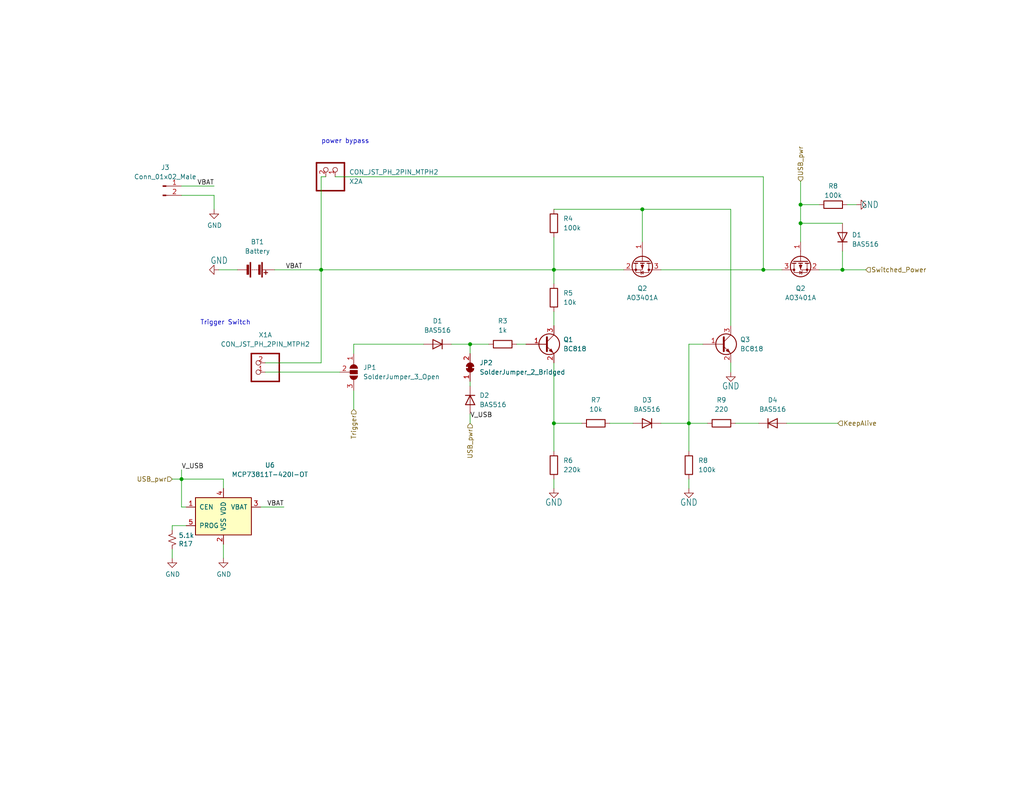
<source format=kicad_sch>
(kicad_sch (version 20230121) (generator eeschema)
  (paper "USLetter")
  (lib_symbols
    (symbol "Battery_Management:MCP73811T-420I-OT" (pin_names (offset 1.016))
      (property "Reference" "U" (at -6.35 6.35 0))
      (property "Value" "MCP73811T-420I-OT" (at 1.27 6.35 0))
      (symbol "MCP73811T-420I-OT_0_1"
        (rectangle (start -7.62 5.08) (end 7.62 -5.08) (stroke (width 0.254)) (fill (type background)))
      )
      (symbol "MCP73811T-420I-OT_1_1"
        (pin input line (at -10.16 2.54 0) (length 2.54) (name "CEN") (number "1"))
        (pin power_in line (at 0 -7.62 90) (length 2.54) (name "VSS") (number "2"))
        (pin power_out line (at 10.16 2.54 180) (length 2.54) (name "VBAT") (number "3"))
        (pin power_in line (at 0 7.62 270) (length 2.54) (name "VDD") (number "4"))
        (pin input line (at -10.16 -2.54 0) (length 2.54) (name "PROG") (number "5"))
      )
    )
    (symbol "Connector:Conn_01x02_Male" (pin_names (offset 1.016) hide)
      (property "Reference" "J" (at 0 2.54 0))
      (property "Value" "Conn_01x02_Male" (at 0 -5.08 0))
      (symbol "Conn_01x02_Male_1_1"
        (polyline (pts (xy 1.27 -2.54) (xy 0.8636 -2.54)) (stroke (width 0.1524)))
        (polyline (pts (xy 1.27 0) (xy 0.8636 0)) (stroke (width 0.1524)))
        (rectangle (start 0.8636 -2.413) (end 0 -2.667) (stroke (width 0.1524)) (fill (type outline)))
        (rectangle (start 0.8636 0.127) (end 0 -0.127) (stroke (width 0.1524)) (fill (type outline)))
        (pin passive line (at 5.08 0 180) (length 3.81) (name "Pin_1") (number "1"))
        (pin passive line (at 5.08 -2.54 180) (length 3.81) (name "Pin_2") (number "2"))
      )
    )
    (symbol "ControllerBoard-eagle-import:CON_JST_PH_2PIN_MTPH2"
      (property "Reference" "X" (at 0 5.588 90))
      (property "Value" "CON_JST_PH_2PIN_MTPH2" (at 1.651 5.588 90))
      (symbol "CON_JST_PH_2PIN_MTPH2_1_0"
        (polyline (pts (xy -6.35 -2.54) (xy 1.27 -2.54)) (stroke (width 0.4064)))
        (polyline (pts (xy -6.35 5.08) (xy -6.35 -2.54)) (stroke (width 0.4064)))
        (polyline (pts (xy 1.27 -2.54) (xy 1.27 5.08)) (stroke (width 0.4064)))
        (polyline (pts (xy 1.27 5.08) (xy -6.35 5.08)) (stroke (width 0.4064)))
        (pin passive inverted (at -2.54 2.54 0) (length 2.54) (name "1") (number "1"))
        (pin passive inverted (at -2.54 0 0) (length 2.54) (name "2") (number "2"))
      )
      (symbol "CON_JST_PH_2PIN_MTPH2_2_0"
        (circle (center 0 3.81) (radius 1.27) (stroke (width 0.254)))
        (pin bidirectional line (at 0 0 90) (length 2.54) (name "P$1") (number "NC2"))
      )
      (symbol "CON_JST_PH_2PIN_MTPH2_3_0"
        (circle (center 0 3.81) (radius 1.27) (stroke (width 0.254)))
        (pin bidirectional line (at 0 0 90) (length 2.54) (name "P$1") (number "NC1"))
      )
    )
    (symbol "Device:Battery" (pin_numbers hide) (pin_names (offset 0) hide)
      (property "Reference" "BT" (at 2.54 2.54 0))
      (property "Value" "Battery" (at 2.54 0 0))
      (symbol "Battery_0_1"
        (rectangle (start -2.032 -1.397) (end 2.032 -1.651) (fill (type outline)))
        (rectangle (start -2.032 1.778) (end 2.032 1.524) (fill (type outline)))
        (rectangle (start -1.3208 -1.9812) (end 1.27 -2.4892) (fill (type outline)))
        (rectangle (start -1.3208 1.1938) (end 1.27 0.6858) (fill (type outline)))
        (polyline (pts (xy 0 -1.524) (xy 0 -1.27)))
        (polyline (pts (xy 0 -1.016) (xy 0 -0.762)))
        (polyline (pts (xy 0 -0.508) (xy 0 -0.254)))
        (polyline (pts (xy 0 0) (xy 0 0.254)))
        (polyline (pts (xy 0 0.508) (xy 0 0.762)))
        (polyline (pts (xy 0 1.778) (xy 0 2.54)))
        (polyline (pts (xy 0.254 2.667) (xy 1.27 2.667)) (stroke (width 0.254)))
        (polyline (pts (xy 0.762 3.175) (xy 0.762 2.159)) (stroke (width 0.254)))
      )
      (symbol "Battery_1_1"
        (pin passive line (at 0 5.08 270) (length 2.54) (name "+") (number "1"))
        (pin passive line (at 0 -5.08 90) (length 2.54) (name "-") (number "2"))
      )
    )
    (symbol "Device:R" (pin_numbers hide) (pin_names (offset 0))
      (property "Reference" "R" (at 2.032 0 90))
      (property "Value" "R" (at 0 0 90))
      (symbol "R_0_1"
        (rectangle (start -1.016 -2.54) (end 1.016 2.54) (stroke (width 0.254)))
      )
      (symbol "R_1_1"
        (pin passive line (at 0 3.81 270) (length 1.27) (name "~") (number "1"))
        (pin passive line (at 0 -3.81 90) (length 1.27) (name "~") (number "2"))
      )
    )
    (symbol "Diode:BAS516" (pin_numbers hide) (pin_names (offset 1.016) hide)
      (property "Reference" "D" (at 0 2.54 0))
      (property "Value" "BAS516" (at 0 -2.54 0))
      (symbol "BAS516_0_1"
        (polyline (pts (xy -1.27 1.27) (xy -1.27 -1.27)) (stroke (width 0.254)))
        (polyline (pts (xy 1.27 0) (xy -1.27 0)))
        (polyline (pts (xy 1.27 1.27) (xy 1.27 -1.27) (xy -1.27 0) (xy 1.27 1.27)) (stroke (width 0.254)))
      )
      (symbol "BAS516_1_1"
        (pin passive line (at -3.81 0 0) (length 2.54) (name "K") (number "1"))
        (pin passive line (at 3.81 0 180) (length 2.54) (name "A") (number "2"))
      )
    )
    (symbol "Jumper:SolderJumper_2_Bridged" (pin_names (offset 0) hide)
      (property "Reference" "JP" (at 0 2.032 0))
      (property "Value" "SolderJumper_2_Bridged" (at 0 -2.54 0))
      (symbol "SolderJumper_2_Bridged_0_1"
        (rectangle (start -0.508 0.508) (end 0.508 -0.508) (fill (type outline)))
        (arc (start -0.254 1.016) (mid -1.2656 0) (end -0.254 -1.016))
        (arc (start -0.254 1.016) (mid -1.2656 0) (end -0.254 -1.016) (fill (type outline)))
        (polyline (pts (xy -0.254 1.016) (xy -0.254 -1.016)))
        (polyline (pts (xy 0.254 1.016) (xy 0.254 -1.016)))
        (arc (start 0.254 -1.016) (mid 1.2656 0) (end 0.254 1.016))
        (arc (start 0.254 -1.016) (mid 1.2656 0) (end 0.254 1.016) (fill (type outline)))
      )
      (symbol "SolderJumper_2_Bridged_1_1"
        (pin passive line (at -3.81 0 0) (length 2.54) (name "A") (number "1"))
        (pin passive line (at 3.81 0 180) (length 2.54) (name "B") (number "2"))
      )
    )
    (symbol "Jumper:SolderJumper_3_Open" (pin_names (offset 0) hide)
      (property "Reference" "JP" (at -2.54 -2.54 0))
      (property "Value" "SolderJumper_3_Open" (at 0 2.794 0))
      (symbol "SolderJumper_3_Open_0_1"
        (arc (start -1.016 1.016) (mid -2.0276 0) (end -1.016 -1.016))
        (arc (start -1.016 1.016) (mid -2.0276 0) (end -1.016 -1.016) (fill (type outline)))
        (rectangle (start -0.508 1.016) (end 0.508 -1.016) (fill (type outline)))
        (polyline (pts (xy -2.54 0) (xy -2.032 0)))
        (polyline (pts (xy -1.016 1.016) (xy -1.016 -1.016)))
        (polyline (pts (xy 0 -1.27) (xy 0 -1.016)))
        (polyline (pts (xy 1.016 1.016) (xy 1.016 -1.016)))
        (polyline (pts (xy 2.54 0) (xy 2.032 0)))
        (arc (start 1.016 -1.016) (mid 2.0276 0) (end 1.016 1.016))
        (arc (start 1.016 -1.016) (mid 2.0276 0) (end 1.016 1.016) (fill (type outline)))
      )
      (symbol "SolderJumper_3_Open_1_1"
        (pin passive line (at -5.08 0 0) (length 2.54) (name "A") (number "1"))
        (pin passive line (at 0 -3.81 90) (length 2.54) (name "C") (number "2"))
        (pin passive line (at 5.08 0 180) (length 2.54) (name "B") (number "3"))
      )
    )
    (symbol "Transistor_BJT:BC818" (pin_names (offset 0) hide)
      (property "Reference" "Q" (at 5.08 1.905 0))
      (property "Value" "BC818" (at 5.08 0 0))
      (symbol "BC818_0_1"
        (polyline (pts (xy 0.635 0.635) (xy 2.54 2.54)))
        (polyline (pts (xy 0.635 -0.635) (xy 2.54 -2.54) (xy 2.54 -2.54)))
        (polyline (pts (xy 0.635 1.905) (xy 0.635 -1.905) (xy 0.635 -1.905)) (stroke (width 0.508)))
        (polyline (pts (xy 1.27 -1.778) (xy 1.778 -1.27) (xy 2.286 -2.286) (xy 1.27 -1.778) (xy 1.27 -1.778)) (fill (type outline)))
        (circle (center 1.27 0) (radius 2.8194) (stroke (width 0.254)))
      )
      (symbol "BC818_1_1"
        (pin input line (at -5.08 0 0) (length 5.715) (name "B") (number "1"))
        (pin passive line (at 2.54 -5.08 90) (length 2.54) (name "E") (number "2"))
        (pin passive line (at 2.54 5.08 270) (length 2.54) (name "C") (number "3"))
      )
    )
    (symbol "Transistor_FET:AO3401A" (pin_names hide)
      (property "Reference" "Q" (at 5.08 1.905 0))
      (property "Value" "AO3401A" (at 5.08 0 0))
      (symbol "AO3401A_0_1"
        (polyline (pts (xy 0.254 0) (xy -2.54 0)))
        (polyline (pts (xy 0.254 1.905) (xy 0.254 -1.905)) (stroke (width 0.254)))
        (polyline (pts (xy 0.762 -1.27) (xy 0.762 -2.286)) (stroke (width 0.254)))
        (polyline (pts (xy 0.762 0.508) (xy 0.762 -0.508)) (stroke (width 0.254)))
        (polyline (pts (xy 0.762 2.286) (xy 0.762 1.27)) (stroke (width 0.254)))
        (polyline (pts (xy 2.54 2.54) (xy 2.54 1.778)))
        (polyline (pts (xy 2.54 -2.54) (xy 2.54 0) (xy 0.762 0)))
        (polyline (pts (xy 0.762 1.778) (xy 3.302 1.778) (xy 3.302 -1.778) (xy 0.762 -1.778)))
        (polyline (pts (xy 2.286 0) (xy 1.27 0.381) (xy 1.27 -0.381) (xy 2.286 0)) (fill (type outline)))
        (polyline (pts (xy 2.794 -0.508) (xy 2.921 -0.381) (xy 3.683 -0.381) (xy 3.81 -0.254)))
        (polyline (pts (xy 3.302 -0.381) (xy 2.921 0.254) (xy 3.683 0.254) (xy 3.302 -0.381)))
        (circle (center 1.651 0) (radius 2.794) (stroke (width 0.254)))
        (circle (center 2.54 -1.778) (radius 0.254) (fill (type outline)))
        (circle (center 2.54 1.778) (radius 0.254) (fill (type outline)))
      )
      (symbol "AO3401A_1_1"
        (pin input line (at -5.08 0 0) (length 2.54) (name "G") (number "1"))
        (pin passive line (at 2.54 -5.08 90) (length 2.54) (name "S") (number "2"))
        (pin passive line (at 2.54 5.08 270) (length 2.54) (name "D") (number "3"))
      )
    )
    (symbol "power:GND" (power) (pin_names (offset 0))
      (property "Value" "GND" (at 0 -3.81 0))
      (symbol "GND_0_1"
        (polyline (pts (xy 0 0) (xy 0 -1.27) (xy 1.27 -1.27) (xy 0 -2.54) (xy -1.27 -1.27) (xy 0 -1.27)))
      )
      (symbol "GND_1_1"
        (pin power_in line (at 0 0 270) (length 0) hide (name "GND") (number "1"))
      )
    )
    (symbol "temp-sensor-rescue:GND-power-temp-sensor-rescue" (power) (pin_names (offset 0))
      (property "Value" "GND-power-temp-sensor-rescue" (at 0 -3.81 0))
      (symbol "GND-power-temp-sensor-rescue_0_1"
        (polyline (pts (xy 0 0) (xy 0 -1.27) (xy 1.27 -1.27) (xy 0 -2.54) (xy -1.27 -1.27) (xy 0 -1.27)))
      )
      (symbol "GND-power-temp-sensor-rescue_1_1"
        (pin power_in line (at 0 0 270) (length 0) hide (name "GND") (number "1"))
      )
    )
    (symbol "temp-sensor-rescue:R_Small_US-Device-temp-sensor-rescue" (pin_numbers hide) (pin_names (offset 0.254) hide)
      (property "Reference" "R" (at 0.762 0.508 0))
      (property "Value" "R_Small_US-Device-temp-sensor-rescue" (at 0.762 -1.016 0))
      (symbol "R_Small_US-Device-temp-sensor-rescue_1_1"
        (polyline (pts (xy 0 0) (xy 1.016 -0.381) (xy 0 -0.762) (xy -1.016 -1.143) (xy 0 -1.524)))
        (polyline (pts (xy 0 1.524) (xy 1.016 1.143) (xy 0 0.762) (xy -1.016 0.381) (xy 0 0)))
        (pin passive line (at 0 2.54 270) (length 1.016) (name "~") (number "1"))
        (pin passive line (at 0 -2.54 90) (length 1.016) (name "~") (number "2"))
      )
    )
  )
  (junction (at 187.96 115.57))
  (junction (at 151.13 115.57))
  (junction (at 151.13 73.66))
  (junction (at 218.44 60.96))
  (junction (at 218.44 55.88))
  (junction (at 128.27 93.98))
  (junction (at 87.63 73.66))
  (junction (at 229.87 73.66))
  (junction (at 49.53 130.81))
  (junction (at 208.28 73.66))
  (junction (at 175.26 57.15))
  (wire (pts (xy 87.63 73.66) (xy 87.63 99.06)))
  (wire (pts (xy 128.27 96.52) (xy 128.27 93.98)))
  (wire (pts (xy 96.52 93.98) (xy 115.57 93.98)))
  (wire (pts (xy 166.37 115.57) (xy 172.72 115.57)))
  (wire (pts (xy 180.34 73.66) (xy 208.28 73.66)))
  (wire (pts (xy 46.99 144.78) (xy 46.99 143.51)))
  (wire (pts (xy 151.13 130.81) (xy 151.13 133.35)))
  (wire (pts (xy 187.96 130.81) (xy 187.96 133.35)))
  (wire (pts (xy 58.42 53.34) (xy 49.53 53.34)))
  (wire (pts (xy 151.13 64.77) (xy 151.13 73.66)))
  (wire (pts (xy 187.96 123.19) (xy 187.96 115.57)))
  (wire (pts (xy 58.42 57.15) (xy 58.42 53.34)))
  (wire (pts (xy 96.52 93.98) (xy 96.52 96.52)))
  (wire (pts (xy 199.39 99.06) (xy 199.39 101.6)))
  (wire (pts (xy 87.63 73.66) (xy 151.13 73.66)))
  (wire (pts (xy 49.53 130.81) (xy 49.53 128.27)))
  (wire (pts (xy 49.53 138.43) (xy 50.8 138.43)))
  (wire (pts (xy 218.44 55.88) (xy 218.44 60.96)))
  (wire (pts (xy 87.63 48.26) (xy 87.63 73.66)))
  (wire (pts (xy 218.44 55.88) (xy 223.52 55.88)))
  (wire (pts (xy 151.13 115.57) (xy 151.13 123.19)))
  (wire (pts (xy 187.96 93.98) (xy 191.77 93.98)))
  (wire (pts (xy 228.6 115.57) (xy 214.63 115.57)))
  (wire (pts (xy 96.52 111.76) (xy 96.52 106.68)))
  (wire (pts (xy 151.13 85.09) (xy 151.13 88.9)))
  (wire (pts (xy 151.13 57.15) (xy 175.26 57.15)))
  (wire (pts (xy 128.27 93.98) (xy 133.35 93.98)))
  (wire (pts (xy 59.69 73.66) (xy 64.77 73.66)))
  (wire (pts (xy 151.13 73.66) (xy 170.18 73.66)))
  (wire (pts (xy 128.27 113.03) (xy 128.27 115.57)))
  (wire (pts (xy 151.13 99.06) (xy 151.13 115.57)))
  (wire (pts (xy 60.96 130.81) (xy 60.96 133.35)))
  (wire (pts (xy 208.28 48.26) (xy 208.28 73.66)))
  (wire (pts (xy 72.39 101.6) (xy 92.71 101.6)))
  (wire (pts (xy 60.96 152.4) (xy 60.96 148.59)))
  (wire (pts (xy 199.39 57.15) (xy 199.39 88.9)))
  (wire (pts (xy 151.13 77.47) (xy 151.13 73.66)))
  (wire (pts (xy 46.99 143.51) (xy 50.8 143.51)))
  (wire (pts (xy 231.14 55.88) (xy 233.68 55.88)))
  (wire (pts (xy 71.12 138.43) (xy 77.47 138.43)))
  (wire (pts (xy 123.19 93.98) (xy 128.27 93.98)))
  (wire (pts (xy 91.44 48.26) (xy 208.28 48.26)))
  (wire (pts (xy 72.39 99.06) (xy 87.63 99.06)))
  (wire (pts (xy 229.87 73.66) (xy 223.52 73.66)))
  (wire (pts (xy 46.99 149.86) (xy 46.99 152.4)))
  (wire (pts (xy 87.63 48.26) (xy 88.9 48.26)))
  (wire (pts (xy 180.34 115.57) (xy 187.96 115.57)))
  (wire (pts (xy 175.26 57.15) (xy 199.39 57.15)))
  (wire (pts (xy 46.99 130.81) (xy 49.53 130.81)))
  (wire (pts (xy 218.44 60.96) (xy 218.44 66.04)))
  (wire (pts (xy 140.97 93.98) (xy 143.51 93.98)))
  (wire (pts (xy 200.66 115.57) (xy 207.01 115.57)))
  (wire (pts (xy 229.87 73.66) (xy 236.22 73.66)))
  (wire (pts (xy 208.28 73.66) (xy 213.36 73.66)))
  (wire (pts (xy 175.26 57.15) (xy 175.26 66.04)))
  (wire (pts (xy 229.87 68.58) (xy 229.87 73.66)))
  (wire (pts (xy 218.44 60.96) (xy 229.87 60.96)))
  (wire (pts (xy 187.96 115.57) (xy 193.04 115.57)))
  (wire (pts (xy 218.44 49.53) (xy 218.44 55.88)))
  (wire (pts (xy 60.96 130.81) (xy 49.53 130.81)))
  (wire (pts (xy 49.53 50.8) (xy 58.42 50.8)))
  (wire (pts (xy 151.13 115.57) (xy 158.75 115.57)))
  (wire (pts (xy 49.53 130.81) (xy 49.53 138.43)))
  (wire (pts (xy 74.93 73.66) (xy 87.63 73.66)))
  (wire (pts (xy 187.96 93.98) (xy 187.96 115.57)))
  (wire (pts (xy 128.27 105.41) (xy 128.27 104.14)))
  (text "Trigger Switch" (at 54.61 88.9 0) (effects (font (size 1.27 1.27)) (justify left bottom)))
  (text "power bypass\n" (at 87.63 39.37 0) (effects (font (size 1.27 1.27)) (justify left bottom)))
  (label "V_USB" (at 128.27 114.3 0))
  (label "VBAT" (at 82.55 73.66 180))
  (label "VBAT" (at 58.42 50.8 180))
  (label "VBAT" (at 77.47 138.43 180))
  (label "V_USB" (at 49.53 128.27 0))
  (hierarchical_label "USB_pwr" (shape input) (at 128.27 115.57 270) (property "Intersheetrefs" "${INTERSHEET_REFS}" (effects hide)))
  (hierarchical_label "USB_pwr" (shape input) (at 218.44 49.53 90) (property "Intersheetrefs" "${INTERSHEET_REFS}" (effects hide)))
  (hierarchical_label "USB_pwr" (shape input) (at 46.99 130.81 180) (property "Intersheetrefs" "${INTERSHEET_REFS}" (effects hide)))
  (hierarchical_label "KeepAlive" (shape input) (at 228.6 115.57 0) (property "Intersheetrefs" "${INTERSHEET_REFS}" (effects hide)))
  (hierarchical_label "Switched_Power" (shape input) (at 236.22 73.66 0))
  (hierarchical_label "Trigger" (shape input) (at 96.52 111.76 270) (property "Intersheetrefs" "${INTERSHEET_REFS}" (effects hide)))
  (symbol (lib_id "Battery_Management:MCP73811T-420I-OT") (at 60.96 140.97 0) (unit 1)
    (property "Reference" "U6" (at 73.66 127 0))
    (property "Value" "MCP73811T-420I-OT" (at 73.66 129.54 0))
    (property "Footprint" "Package_TO_SOT_SMD:SOT-23-5" (effects hide))
    (property "Datasheet" "http://ww1.microchip.com/downloads/en/DeviceDoc/22036b.pdf" (effects hide))
    (instances (project "Power" (path "" (reference "U6") (unit 1)) (path "" (reference "U5") (unit 1))) (project "temp sensor" (path "" (reference "U8") (unit 1))))
  )
  (symbol (lib_id "power:GND") (at 187.96 133.35 0) (unit 1)
    (property "Reference" "#GND02" (effects hide))
    (property "Value" "GND" (at 187.96 137.16 0) (effects (font (size 1.778 1.5113))))
    (property "Footprint" "ControllerBoard:" (effects hide))
    (instances (project "Power" (path "" (reference "#GND02") (unit 1)) (path "" (reference "#GND03") (unit 1))))
  )
  (symbol (lib_id "temp-sensor-rescue:R_Small_US-Device-temp-sensor-rescue") (at 46.99 147.32 0) (mirror x) (unit 1)
    (property "Reference" "R17" (at 48.7172 148.4884 0) (effects (justify left)))
    (property "Value" "5.1k" (at 48.7172 146.177 0) (effects (justify left)))
    (property "Footprint" "Resistor_SMD:R_0402_1005Metric" (effects hide))
    (property "Datasheet" "https://www.mouser.com/datasheet/2/447/Yageo_03_18_2021_PYu_RC_Group_51_RoHS_L_11-2199992.pdf" (effects hide))
    (property "Description" "Thick Film Resistors - SMD 5.1K ohm 1%" (effects hide))
    (property "Manufacturer_Name" "Bourns" (effects hide))
    (property "Manufacturer_Part_Number" "CR0603-FX-5101ELF" (effects hide))
    (property "Mouser Part Number" "652-CR0603FX-5101ELF" (effects hide))
    (property "Mouser Price/Stock" "$0.10/78000" (effects hide))
    (property "PARTREV" "V3" (effects hide))
    (property "Configuration" "all" (effects hide))
    (instances (project "Power" (path "" (reference "R17") (unit 1)) (path "" (reference "R17") (unit 1))) (project "temp sensor" (path "" (reference "R18") (unit 1))))
  )
  (symbol (lib_id "Device:R") (at 151.13 127 180) (unit 1)
    (property "Reference" "R6" (at 153.67 125.7299 0) (effects (justify right)))
    (property "Value" "220k" (at 153.67 128.2699 0) (effects (justify right)))
    (property "Footprint" "Resistor_SMD:R_0603_1608Metric_Pad0.98x0.95mm_HandSolder" (effects hide))
  )
  (symbol (lib_id "Diode:BAS516") (at 119.38 93.98 180) (unit 1)
    (property "Reference" "D1" (at 119.38 87.63 0))
    (property "Value" "BAS516" (at 119.38 90.17 0))
    (property "Footprint" "Diode_SMD:D_SOD-523" (effects hide))
    (property "Datasheet" "https://assets.nexperia.com/documents/data-sheet/BAS16_SER.pdf" (effects hide))
  )
  (symbol (lib_id "Transistor_FET:AO3401A") (at 218.44 71.12 90) (mirror x) (unit 1)
    (property "Reference" "Q2" (at 218.44 78.74 90))
    (property "Value" "AO3401A" (at 218.44 81.28 90))
    (property "Footprint" "Package_TO_SOT_SMD:SOT-23" (effects hide))
    (property "Datasheet" "http://www.aosmd.com/pdfs/datasheet/AO3401A.pdf" (effects hide))
    (instances (project "Power" (path "" (reference "Q2") (unit 1)) (path "" (reference "Q4") (unit 1))))
  )
  (symbol (lib_id "Device:R") (at 196.85 115.57 270) (unit 1)
    (property "Reference" "R9" (at 196.85 109.22 90))
    (property "Value" "220" (at 196.85 111.76 90))
    (property "Footprint" "Resistor_SMD:R_0603_1608Metric_Pad0.98x0.95mm_HandSolder" (effects hide))
  )
  (symbol (lib_id "temp-sensor-rescue:GND-power-temp-sensor-rescue") (at 60.96 152.4 0) (unit 1)
    (property "Reference" "#PWR022" (effects hide))
    (property "Value" "GND" (at 61.087 156.7942 0))
    (instances (project "Power" (path "" (reference "#PWR022") (unit 1)) (path "" (reference "#PWR09") (unit 1))) (project "temp sensor" (path "" (reference "#PWR030") (unit 1))))
  )
  (symbol (lib_id "Transistor_FET:AO3401A") (at 175.26 71.12 270) (unit 1)
    (property "Reference" "Q2" (at 175.26 78.74 90))
    (property "Value" "AO3401A" (at 175.26 81.28 90))
    (property "Footprint" "Package_TO_SOT_SMD:SOT-23" (effects hide))
    (property "Datasheet" "http://www.aosmd.com/pdfs/datasheet/AO3401A.pdf" (effects hide))
  )
  (symbol (lib_id "Diode:BAS516") (at 229.87 64.77 90) (unit 1)
    (property "Reference" "D1" (at 232.41 64.135 90) (effects (justify right)))
    (property "Value" "BAS516" (at 232.41 66.675 90) (effects (justify right)))
    (property "Footprint" "Diode_SMD:D_SOD-523" (effects hide))
    (property "Datasheet" "https://assets.nexperia.com/documents/data-sheet/BAS16_SER.pdf" (effects hide))
    (instances (project "Power" (path "" (reference "D1") (unit 1)) (path "" (reference "D6") (unit 1))))
  )
  (symbol (lib_id "Device:R") (at 151.13 81.28 180) (unit 1)
    (property "Reference" "R5" (at 153.67 80.0099 0) (effects (justify right)))
    (property "Value" "10k" (at 153.67 82.5499 0) (effects (justify right)))
    (property "Footprint" "Resistor_SMD:R_0603_1608Metric_Pad0.98x0.95mm_HandSolder" (effects hide))
  )
  (symbol (lib_id "Device:R") (at 162.56 115.57 270) (unit 1)
    (property "Reference" "R7" (at 162.56 109.22 90))
    (property "Value" "10k" (at 162.56 111.76 90))
    (property "Footprint" "Resistor_SMD:R_0603_1608Metric_Pad0.98x0.95mm_HandSolder" (effects hide))
  )
  (symbol (lib_id "Connector:Conn_01x02_Male") (at 44.45 50.8 0) (unit 1)
    (property "Reference" "J3" (at 45.085 45.72 0))
    (property "Value" "Conn_01x02_Male" (at 45.085 48.26 0))
    (property "Footprint" "Connector_JST:JST_PH_S2B-PH-K_1x02_P2.00mm_Horizontal" (effects hide))
    (instances (project "Power" (path "" (reference "J3") (unit 1)) (path "" (reference "J3") (unit 1))) (project "temp sensor" (path "" (reference "J4") (unit 1))))
  )
  (symbol (lib_id "temp-sensor-rescue:GND-power-temp-sensor-rescue") (at 46.99 152.4 0) (unit 1)
    (property "Reference" "#PWR021" (effects hide))
    (property "Value" "GND" (at 47.117 156.7942 0))
    (instances (project "Power" (path "" (reference "#PWR021") (unit 1)) (path "" (reference "#PWR08") (unit 1))) (project "temp sensor" (path "" (reference "#PWR025") (unit 1))))
  )
  (symbol (lib_id "Device:R") (at 137.16 93.98 90) (unit 1)
    (property "Reference" "R3" (at 137.16 87.63 90))
    (property "Value" "1k" (at 137.16 90.17 90))
    (property "Footprint" "Resistor_SMD:R_0603_1608Metric_Pad0.98x0.95mm_HandSolder" (effects hide))
  )
  (symbol (lib_id "Diode:BAS516") (at 210.82 115.57 0) (unit 1)
    (property "Reference" "D4" (at 210.82 109.22 0))
    (property "Value" "BAS516" (at 210.82 111.76 0))
    (property "Footprint" "Diode_SMD:D_SOD-523" (effects hide))
    (property "Datasheet" "https://assets.nexperia.com/documents/data-sheet/BAS16_SER.pdf" (effects hide))
  )
  (symbol (lib_id "power:GND") (at 199.39 101.6 0) (unit 1)
    (property "Reference" "#GND03" (effects hide))
    (property "Value" "GND" (at 199.39 105.41 0) (effects (font (size 1.778 1.5113))))
    (property "Footprint" "ControllerBoard:" (effects hide))
    (instances (project "Power" (path "" (reference "#GND03") (unit 1)) (path "" (reference "#GND05") (unit 1))))
  )
  (symbol (lib_id "ControllerBoard-eagle-import:CON_JST_PH_2PIN_MTPH2") (at 69.85 99.06 180) (unit 1)
    (property "Reference" "X1" (at 72.39 91.44 0))
    (property "Value" "CON_JST_PH_2PIN_MTPH2" (at 72.39 93.98 0))
    (property "Footprint" "Connector_JST:JST_EH_B2B-EH-A_1x02_P2.50mm_Vertical" (effects hide))
  )
  (symbol (lib_id "power:GND") (at 59.69 73.66 270) (unit 1)
    (property "Reference" "#GND0102" (effects hide))
    (property "Value" "GND" (at 62.23 71.12 90) (effects (font (size 1.778 1.5113)) (justify right)))
    (property "Footprint" "ControllerBoard:" (effects hide))
    (instances (project "Power" (path "" (reference "#GND0102") (unit 1)) (path "" (reference "#GND01") (unit 1))))
  )
  (symbol (lib_id "Device:R") (at 187.96 127 180) (unit 1)
    (property "Reference" "R8" (at 190.5 125.7299 0) (effects (justify right)))
    (property "Value" "100k" (at 190.5 128.2699 0) (effects (justify right)))
    (property "Footprint" "Resistor_SMD:R_0603_1608Metric_Pad0.98x0.95mm_HandSolder" (effects hide))
  )
  (symbol (lib_id "Device:Battery") (at 69.85 73.66 270) (unit 1)
    (property "Reference" "BT1" (at 70.231 66.04 90))
    (property "Value" "Battery" (at 70.231 68.58 90))
    (property "Footprint" "Battery:BatteryHolder_Keystone_2460_1xAA" (effects hide))
    (property "Sim.Device" "V" (effects hide))
    (property "Sim.Type" "DC" (effects hide))
    (property "Sim.Pins" "1=+ 2=-" (effects hide))
    (property "Sim.Params" "dc=4.2" (effects hide))
  )
  (symbol (lib_id "Jumper:SolderJumper_2_Bridged") (at 128.27 100.33 90) (unit 1)
    (property "Reference" "JP2" (at 130.81 99.0599 90) (effects (justify right)))
    (property "Value" "SolderJumper_2_Bridged" (at 130.81 101.5999 90) (effects (justify right)))
    (property "Footprint" "Jumper:SolderJumper-2_P1.3mm_Bridged_Pad1.0x1.5mm" (effects hide))
  )
  (symbol (lib_id "Transistor_BJT:BC818") (at 196.85 93.98 0) (unit 1)
    (property "Reference" "Q3" (at 201.93 92.7099 0) (effects (justify left)))
    (property "Value" "BC818" (at 201.93 95.2499 0) (effects (justify left)))
    (property "Footprint" "Package_TO_SOT_SMD:SOT-23" (effects hide))
    (property "Datasheet" "https://www.onsemi.com/pub/Collateral/BC818-D.pdf" (effects hide))
  )
  (symbol (lib_id "Transistor_BJT:BC818") (at 148.59 93.98 0) (unit 1)
    (property "Reference" "Q1" (at 153.67 92.7099 0) (effects (justify left)))
    (property "Value" "BC818" (at 153.67 95.2499 0) (effects (justify left)))
    (property "Footprint" "Package_TO_SOT_SMD:SOT-23" (effects hide))
    (property "Datasheet" "https://www.onsemi.com/pub/Collateral/BC818-D.pdf" (effects hide))
  )
  (symbol (lib_id "Jumper:SolderJumper_3_Open") (at 96.52 101.6 270) (unit 1)
    (property "Reference" "JP1" (at 99.06 100.3299 90) (effects (justify left)))
    (property "Value" "SolderJumper_3_Open" (at 99.06 102.8699 90) (effects (justify left)))
    (property "Footprint" "Jumper:SolderJumper-3_P1.3mm_Open_Pad1.0x1.5mm_NumberLabels" (effects hide))
  )
  (symbol (lib_id "Diode:BAS516") (at 128.27 109.22 270) (unit 1)
    (property "Reference" "D2" (at 130.81 107.9499 90) (effects (justify left)))
    (property "Value" "BAS516" (at 130.81 110.4899 90) (effects (justify left)))
    (property "Footprint" "Diode_SMD:D_SOD-523" (effects hide))
    (property "Datasheet" "https://assets.nexperia.com/documents/data-sheet/BAS16_SER.pdf" (effects hide))
  )
  (symbol (lib_id "Diode:BAS516") (at 176.53 115.57 180) (unit 1)
    (property "Reference" "D3" (at 176.53 109.22 0))
    (property "Value" "BAS516" (at 176.53 111.76 0))
    (property "Footprint" "Diode_SMD:D_SOD-523" (effects hide))
    (property "Datasheet" "https://assets.nexperia.com/documents/data-sheet/BAS16_SER.pdf" (effects hide))
  )
  (symbol (lib_id "ControllerBoard-eagle-import:CON_JST_PH_2PIN_MTPH2") (at 88.9 45.72 270) (mirror x) (unit 1)
    (property "Reference" "X2" (at 95.25 49.5301 90) (effects (justify left)))
    (property "Value" "CON_JST_PH_2PIN_MTPH2" (at 95.25 46.9901 90) (effects (justify left)))
    (property "Footprint" "Connector_JST:JST_EH_B2B-EH-A_1x02_P2.50mm_Vertical" (effects hide))
  )
  (symbol (lib_id "temp-sensor-rescue:GND-power-temp-sensor-rescue") (at 58.42 57.15 0) (unit 1)
    (property "Reference" "#PWR023" (effects hide))
    (property "Value" "GND" (at 58.547 61.5442 0))
    (instances (project "Power" (path "" (reference "#PWR023") (unit 1)) (path "" (reference "#PWR017") (unit 1))) (project "temp sensor" (path "" (reference "#PWR031") (unit 1))))
  )
  (symbol (lib_id "power:GND") (at 151.13 133.35 0) (unit 1)
    (property "Reference" "#GND01" (effects hide))
    (property "Value" "GND" (at 151.13 137.16 0) (effects (font (size 1.778 1.5113))))
    (property "Footprint" "ControllerBoard:" (effects hide))
    (instances (project "Power" (path "" (reference "#GND01") (unit 1)) (path "" (reference "#GND02") (unit 1))))
  )
  (symbol (lib_id "power:GND") (at 233.68 55.88 90) (unit 1)
    (property "Reference" "#GND0102" (effects hide))
    (property "Value" "GND" (at 234.95 55.88 90) (effects (font (size 1.778 1.5113)) (justify right)))
    (property "Footprint" "ControllerBoard:" (effects hide))
    (instances (project "Power" (path "" (reference "#GND0102") (unit 1)) (path "" (reference "#GND06") (unit 1))))
  )
  (symbol (lib_id "Device:R") (at 227.33 55.88 270) (unit 1)
    (property "Reference" "R8" (at 227.33 50.8 90))
    (property "Value" "100k" (at 227.33 53.34 90))
    (property "Footprint" "Resistor_SMD:R_0603_1608Metric_Pad0.98x0.95mm_HandSolder" (effects hide))
    (instances (project "Power" (path "" (reference "R8") (unit 1)) (path "" (reference "R18") (unit 1))))
  )
  (symbol (lib_id "Device:R") (at 151.13 60.96 180) (unit 1)
    (property "Reference" "R4" (at 153.67 59.6899 0) (effects (justify right)))
    (property "Value" "100k" (at 153.67 62.2299 0) (effects (justify right)))
    (property "Footprint" "Resistor_SMD:R_0603_1608Metric_Pad0.98x0.95mm_HandSolder" (effects hide))
  )
)
</source>
